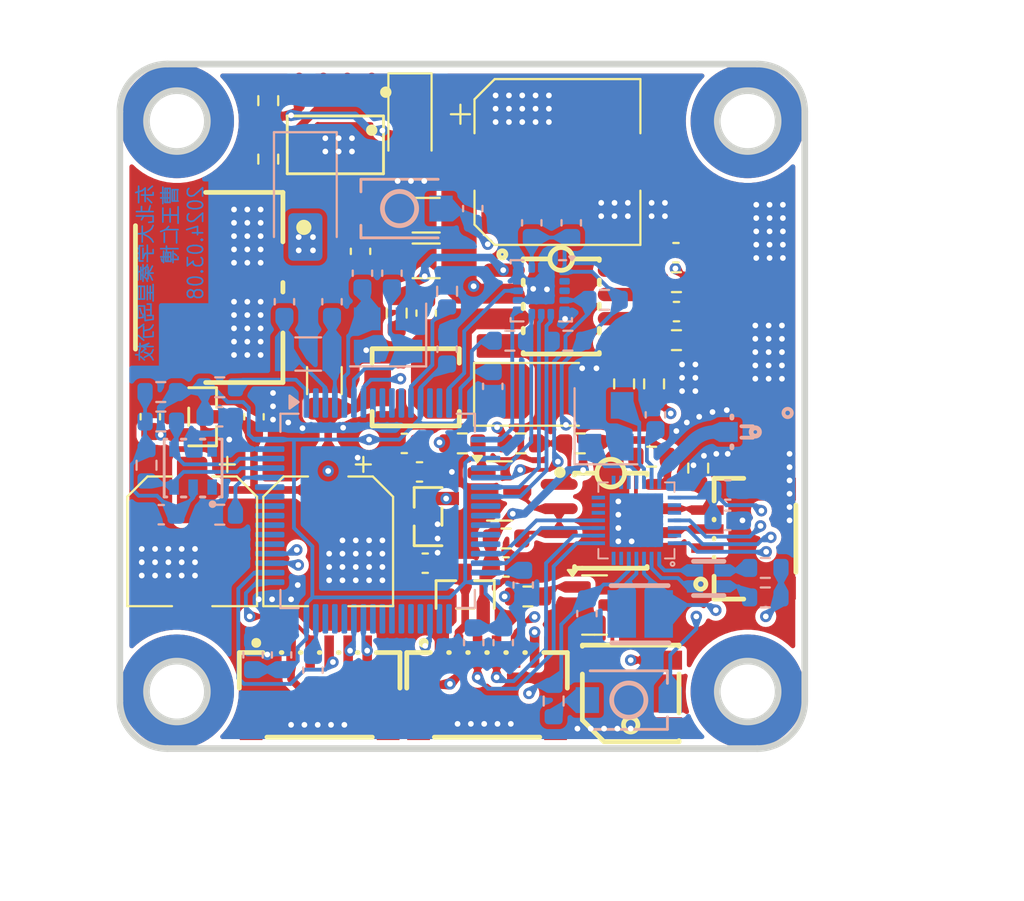
<source format=kicad_pcb>
(kicad_pcb
	(version 20240108)
	(generator "pcbnew")
	(generator_version "8.0")
	(general
		(thickness 1.6)
		(legacy_teardrops no)
	)
	(paper "A4")
	(layers
		(0 "F.Cu" signal)
		(1 "In1.Cu" signal)
		(2 "In2.Cu" signal)
		(31 "B.Cu" signal)
		(32 "B.Adhes" user "B.Adhesive")
		(33 "F.Adhes" user "F.Adhesive")
		(34 "B.Paste" user)
		(35 "F.Paste" user)
		(36 "B.SilkS" user "B.Silkscreen")
		(37 "F.SilkS" user "F.Silkscreen")
		(38 "B.Mask" user)
		(39 "F.Mask" user)
		(40 "Dwgs.User" user "User.Drawings")
		(41 "Cmts.User" user "User.Comments")
		(42 "Eco1.User" user "User.Eco1")
		(43 "Eco2.User" user "User.Eco2")
		(44 "Edge.Cuts" user)
		(45 "Margin" user)
		(46 "B.CrtYd" user "B.Courtyard")
		(47 "F.CrtYd" user "F.Courtyard")
		(48 "B.Fab" user)
		(49 "F.Fab" user)
		(50 "User.1" user)
		(51 "User.2" user)
		(52 "User.3" user)
		(53 "User.4" user)
		(54 "User.5" user)
		(55 "User.6" user)
		(56 "User.7" user)
		(57 "User.8" user)
		(58 "User.9" user)
	)
	(setup
		(stackup
			(layer "F.SilkS"
				(type "Top Silk Screen")
			)
			(layer "F.Paste"
				(type "Top Solder Paste")
			)
			(layer "F.Mask"
				(type "Top Solder Mask")
				(thickness 0.01)
			)
			(layer "F.Cu"
				(type "copper")
				(thickness 0.035)
			)
			(layer "dielectric 1"
				(type "prepreg")
				(thickness 0.1)
				(material "FR4")
				(epsilon_r 4.5)
				(loss_tangent 0.02)
			)
			(layer "In1.Cu"
				(type "copper")
				(thickness 0.035)
			)
			(layer "dielectric 2"
				(type "core")
				(thickness 1.24)
				(material "FR4")
				(epsilon_r 4.5)
				(loss_tangent 0.02)
			)
			(layer "In2.Cu"
				(type "copper")
				(thickness 0.035)
			)
			(layer "dielectric 3"
				(type "prepreg")
				(thickness 0.1)
				(material "FR4")
				(epsilon_r 4.5)
				(loss_tangent 0.02)
			)
			(layer "B.Cu"
				(type "copper")
				(thickness 0.035)
			)
			(layer "B.Mask"
				(type "Bottom Solder Mask")
				(thickness 0.01)
			)
			(layer "B.Paste"
				(type "Bottom Solder Paste")
			)
			(layer "B.SilkS"
				(type "Bottom Silk Screen")
			)
			(copper_finish "None")
			(dielectric_constraints no)
		)
		(pad_to_mask_clearance 0)
		(allow_soldermask_bridges_in_footprints no)
		(pcbplotparams
			(layerselection 0x00010fc_ffffffff)
			(plot_on_all_layers_selection 0x0000000_00000000)
			(disableapertmacros no)
			(usegerberextensions no)
			(usegerberattributes yes)
			(usegerberadvancedattributes yes)
			(creategerberjobfile yes)
			(dashed_line_dash_ratio 12.000000)
			(dashed_line_gap_ratio 3.000000)
			(svgprecision 4)
			(plotframeref no)
			(viasonmask no)
			(mode 1)
			(useauxorigin no)
			(hpglpennumber 1)
			(hpglpenspeed 20)
			(hpglpendiameter 15.000000)
			(pdf_front_fp_property_popups yes)
			(pdf_back_fp_property_popups yes)
			(dxfpolygonmode yes)
			(dxfimperialunits yes)
			(dxfusepcbnewfont yes)
			(psnegative no)
			(psa4output no)
			(plotreference yes)
			(plotvalue yes)
			(plotfptext yes)
			(plotinvisibletext no)
			(sketchpadsonfab no)
			(subtractmaskfromsilk no)
			(outputformat 1)
			(mirror no)
			(drillshape 1)
			(scaleselection 1)
			(outputdirectory "")
		)
	)
	(net 0 "")
	(net 1 "Net-(BUZZER1--)")
	(net 2 "unconnected-(BUZZER1-Pad3)")
	(net 3 "/5V0")
	(net 4 "/GND")
	(net 5 "Net-(C2-Pad2)")
	(net 6 "Net-(D2-K)")
	(net 7 "/VIN")
	(net 8 "/V_{PWR}")
	(net 9 "unconnected-(U2-PB6-Pad58)")
	(net 10 "Net-(C7-Pad2)")
	(net 11 "Net-(U1-COMP)")
	(net 12 "/OSC32I_STM32")
	(net 13 "/OSC32O_STM32")
	(net 14 "/OSCI_STM32")
	(net 15 "/OSCO_STM32")
	(net 16 "/NRST_STM32")
	(net 17 "/3V3_1")
	(net 18 "/3V3_2")
	(net 19 "/3V3_3")
	(net 20 "/VDD_AHT20")
	(net 21 "/VINTA_CH582")
	(net 22 "/VDCIA_CH582")
	(net 23 "/RS-485_A")
	(net 24 "/RS-485_B")
	(net 25 "/TXD_CH582")
	(net 26 "/SWCLK_CH582")
	(net 27 "/RXD_CH582")
	(net 28 "/SWDIO_CH582")
	(net 29 "/SWCLK_STM32")
	(net 30 "/RXD_STM32")
	(net 31 "/TXD_STM32")
	(net 32 "/SWDIO_STM32")
	(net 33 "Net-(D3-A)")
	(net 34 "unconnected-(U2-PB2-Pad28)")
	(net 35 "unconnected-(U9-PB11{slash}UD+{slash}TMR2_-Pad12)")
	(net 36 "unconnected-(U2-PB0-Pad26)")
	(net 37 "unconnected-(U9-PB10{slash}UD-{slash}TMR1_-Pad13)")
	(net 38 "/LED_WARN_CH582")
	(net 39 "Net-(D5-A-Pad3)")
	(net 40 "Net-(D5-A-Pad4)")
	(net 41 "/LED_EXEC_CH582")
	(net 42 "/VSW_CH582")
	(net 43 "Net-(Q2-B)")
	(net 44 "Net-(Q3-C)")
	(net 45 "Net-(Q3-B)")
	(net 46 "Net-(U1-BS)")
	(net 47 "Net-(U1-FB)")
	(net 48 "Net-(U1-EN)")
	(net 49 "/VBAT")
	(net 50 "/BOOT0_STM32")
	(net 51 "/VSSA")
	(net 52 "/BUZZER")
	(net 53 "/SCL_AHT20")
	(net 54 "/SDA_AHT20")
	(net 55 "/MOSI_LIS3DH")
	(net 56 "/SCK_LIS3DH")
	(net 57 "/CS_LIS3DH")
	(net 58 "Net-(U8-RO)")
	(net 59 "/RXD_3485")
	(net 60 "/TXD_3485")
	(net 61 "unconnected-(U9-PB7{slash}TXD0{slash}PWM9-Pad14)")
	(net 62 "Net-(R23-Pad1)")
	(net 63 "/ANT_CH582")
	(net 64 "unconnected-(U2-PB1-Pad27)")
	(net 65 "/KEY_PAIR_CH582")
	(net 66 "unconnected-(U2-PA13-Pad46)")
	(net 67 "unconnected-(U2-PC5-Pad25)")
	(net 68 "unconnected-(U2-PC2-Pad10)")
	(net 69 "/MISO_LIS3DH")
	(net 70 "unconnected-(U2-PC3-Pad11)")
	(net 71 "unconnected-(U2-PA8-Pad41)")
	(net 72 "unconnected-(U2-PB7-Pad59)")
	(net 73 "unconnected-(U2-PA11-Pad44)")
	(net 74 "unconnected-(U2-PC0-Pad8)")
	(net 75 "/INT1_LIS3DH")
	(net 76 "unconnected-(U2-PA1-Pad15)")
	(net 77 "unconnected-(U2-PC8-Pad39)")
	(net 78 "unconnected-(U2-PB3-Pad55)")
	(net 79 "unconnected-(U2-PB5-Pad57)")
	(net 80 "unconnected-(U2-PB13-Pad34)")
	(net 81 "unconnected-(U2-PC1-Pad9)")
	(net 82 "unconnected-(U2-PA12-Pad45)")
	(net 83 "unconnected-(U2-PC7-Pad38)")
	(net 84 "/INT2_LIS3DH")
	(net 85 "unconnected-(U2-PD2-Pad54)")
	(net 86 "unconnected-(U2-PC6-Pad37)")
	(net 87 "unconnected-(U2-PC13-Pad2)")
	(net 88 "unconnected-(U2-PC4-Pad24)")
	(net 89 "unconnected-(U2-PB15-Pad36)")
	(net 90 "unconnected-(U2-PC12-Pad53)")
	(net 91 "unconnected-(U2-PC9-Pad40)")
	(net 92 "unconnected-(U2-PB4-Pad56)")
	(net 93 "unconnected-(U2-PB12-Pad33)")
	(net 94 "/SDA_CH582")
	(net 95 "unconnected-(U2-PA0-Pad14)")
	(net 96 "/SCL_CH582")
	(net 97 "unconnected-(U6-NC-Pad6)")
	(net 98 "unconnected-(U6-NC-Pad1)")
	(net 99 "unconnected-(U7-NC-Pad3)")
	(net 100 "unconnected-(U7-NC-Pad2)")
	(net 101 "unconnected-(U9-PA9{slash}TMR0{slash}TXD1{slash}AIN13-Pad7)")
	(net 102 "unconnected-(U9-PA13{slash}SCK0{slash}PWM5{slash}AIN3-Pad27)")
	(net 103 "unconnected-(U9-PA4{slash}RXD3{slash}AIN0-Pad23)")
	(net 104 "unconnected-(U9-PB23{slash}RST{slash}TMR0_{slash}TXD2_{slash}PWM11-Pad16)")
	(net 105 "unconnected-(U9-PB22{slash}TMR3{slash}RXD2-Pad17)")
	(net 106 "/OSCI_CH582")
	(net 107 "unconnected-(U9-PB4{slash}RXD0{slash}PWM7-Pad15)")
	(net 108 "unconnected-(U9-PA8{slash}RXD1{slash}AIN12-Pad6)")
	(net 109 "/OSCO_CH582")
	(net 110 "unconnected-(U9-PA5{slash}TXD3{slash}AIN1-Pad24)")
	(net 111 "Net-(U1-SS)")
	(net 112 "unconnected-(CN1-Pad2)")
	(net 113 "/VCAP_1")
	(net 114 "/VCAP_2")
	(footprint "Resistor_SMD:R_0603_1608Metric" (layer "F.Cu") (at 142.5 83.55))
	(footprint "Resistor_SMD:R_0603_1608Metric" (layer "F.Cu") (at 145.25 75.5))
	(footprint "Capacitor_SMD:C_0603_1608Metric" (layer "F.Cu") (at 136.8 77))
	(footprint "Capacitor_SMD:C_0603_1608Metric" (layer "F.Cu") (at 141.35 82))
	(footprint "Resistor_SMD:R_0603_1608Metric" (layer "F.Cu") (at 149 76.2))
	(footprint "Capacitor_SMD:C_0603_1608Metric" (layer "F.Cu") (at 136 75.5 180))
	(footprint "Resistor_SMD:R_0603_1608Metric" (layer "F.Cu") (at 149.13 72.36999 -90))
	(footprint "Capacitor_SMD:CP_Elec_6.3x7.7" (layer "F.Cu") (at 132 80.65 -90))
	(footprint "easyeda2kicad:SOIC-8_L4.9-W3.9-P1.27-LS6.0-BL-EP3.4" (layer "F.Cu") (at 144.25 68.29999 -90))
	(footprint "easyeda2kicad:CONN-SMD_2P-P2.54_MEGASTAR_ZX-XH2.54-2PWT" (layer "F.Cu") (at 127.07 67.3 -90))
	(footprint "Capacitor_SMD:C_1206_3216Metric" (layer "F.Cu") (at 131.8 72.2 -90))
	(footprint "Resistor_SMD:R_0603_1608Metric" (layer "F.Cu") (at 142.125 75.5))
	(footprint "Resistor_SMD:R_0603_1608Metric" (layer "F.Cu") (at 150.305 70.06999))
	(footprint "Capacitor_SMD:C_0603_1608Metric" (layer "F.Cu") (at 150.28 65.46999))
	(footprint "Capacitor_SMD:CP_Elec_8x10.5" (layer "F.Cu") (at 144.05 60.7))
	(footprint "Resistor_SMD:R_0603_1608Metric" (layer "F.Cu") (at 128.85 57.475 90))
	(footprint "easyeda2kicad:CONN-SMD_6P-P1.00_XUNPU_WAFER-SH1.0-6PWB" (layer "F.Cu") (at 131.55 88.15))
	(footprint "easyeda2kicad:CONN-SMD_6P-P1.00_XUNPU_WAFER-SH1.0-6PWB" (layer "F.Cu") (at 140.35 88.15))
	(footprint "Diode_SMD:D_1206_3216Metric_Pad1.42x1.75mm_HandSolder" (layer "F.Cu") (at 136.3 58.5 -90))
	(footprint "Capacitor_SMD:C_0603_1608Metric" (layer "F.Cu") (at 122.65 74.1 90))
	(footprint "easyeda2kicad:CONN-SMD_4P-P1.00_WAFER-SH1.0-4PWB" (layer "F.Cu") (at 153.6325 80.5075 90))
	(footprint "Resistor_SMD:R_0603_1608Metric" (layer "F.Cu") (at 135.6 68.65 90))
	(footprint "Resistor_SMD:R_0603_1608Metric" (layer "F.Cu") (at 150.305 67.01999))
	(footprint "Capacitor_SMD:C_1206_3216Metric" (layer "F.Cu") (at 137.15 63.5))
	(footprint "Capacitor_SMD:C_1206_3216Metric" (layer "F.Cu") (at 137.15 65.9))
	(footprint "easyeda2kicad:SOIC-8_L4.9-W3.9-P1.27-LS6.0-BL" (layer "F.Cu") (at 132.3775 59.8 180))
	(footprint "easyeda2kicad:IND-SMD_L4.5-W4.1_TMPC0412HP" (layer "F.Cu") (at 136.6 72.55))
	(footprint "Capacitor_SMD:C_0603_1608Metric" (layer "F.Cu") (at 150.305 68.56999))
	(footprint "Capacitor_SMD:C_0603_1608Metric" (layer "F.Cu") (at 137.1 81.8))
	(footprint "Capacitor_SMD:CP_Elec_6.3x7.7" (layer "F.Cu") (at 124.85 80.65 -90))
	(footprint "Capacitor_SMD:C_0603_1608Metric" (layer "F.Cu") (at 133.7 65.4 -90))
	(footprint "easyeda2kicad:SOT-23-3_L2.9-W1.3-P1.90-LS2.4-BR" (layer "F.Cu") (at 139.2 83.45 -90))
	(footprint "Package_TO_SOT_SMD:SOT-23" (layer "F.Cu") (at 146 84))
	(footprint "easyeda2kicad:BUZ-SMD_3P-L5.0-W5.0-BL" (layer "F.Cu") (at 147.9 88.65 180))
	(footprint "Resistor_SMD:R_0603_1608Metric" (layer "F.Cu") (at 128.85 60.55 -90))
	(footprint "Package_TO_SOT_SMD:SOT-23"
		(layer "F
... [1149664 chars truncated]
</source>
